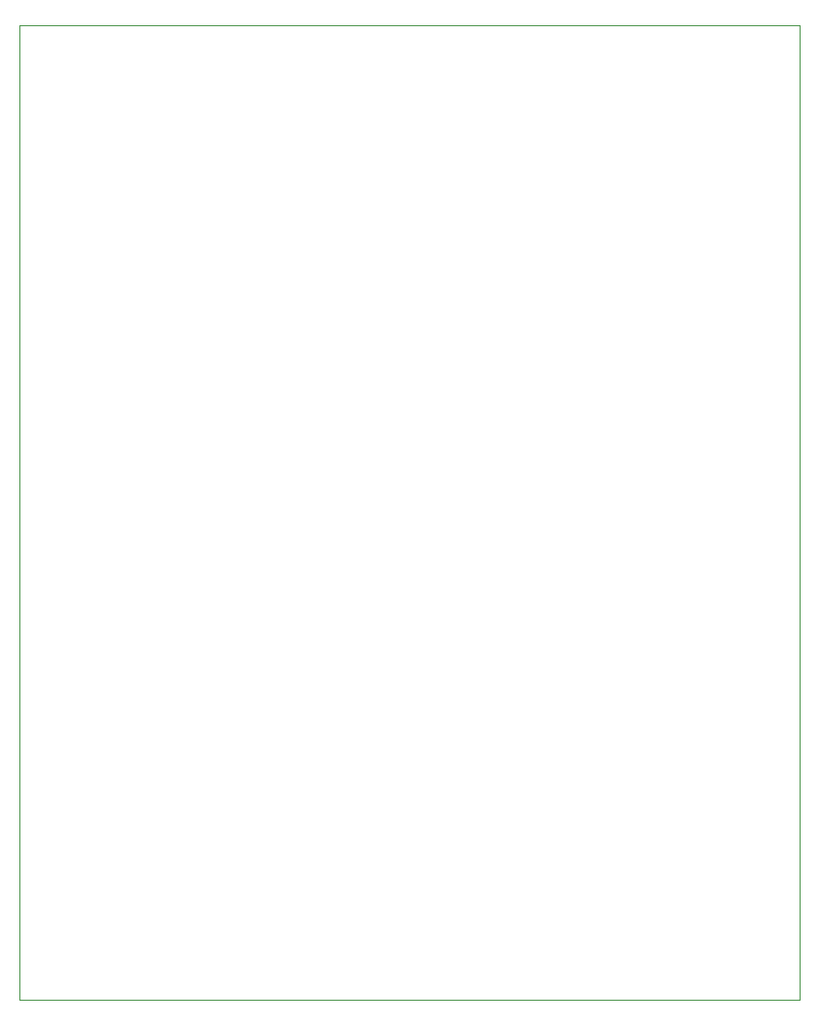
<source format=gbr>
%TF.GenerationSoftware,KiCad,Pcbnew,8.0.6*%
%TF.CreationDate,2024-11-07T15:38:19-03:00*%
%TF.ProjectId,Blue Pill extension board v2 (sin PTH),426c7565-2050-4696-9c6c-20657874656e,rev?*%
%TF.SameCoordinates,Original*%
%TF.FileFunction,Profile,NP*%
%FSLAX46Y46*%
G04 Gerber Fmt 4.6, Leading zero omitted, Abs format (unit mm)*
G04 Created by KiCad (PCBNEW 8.0.6) date 2024-11-07 15:38:19*
%MOMM*%
%LPD*%
G01*
G04 APERTURE LIST*
%TA.AperFunction,Profile*%
%ADD10C,0.050000*%
%TD*%
G04 APERTURE END LIST*
D10*
X112775000Y-45980000D02*
X180775000Y-45980000D01*
X180775000Y-130980000D01*
X112775000Y-130980000D01*
X112775000Y-45980000D01*
M02*

</source>
